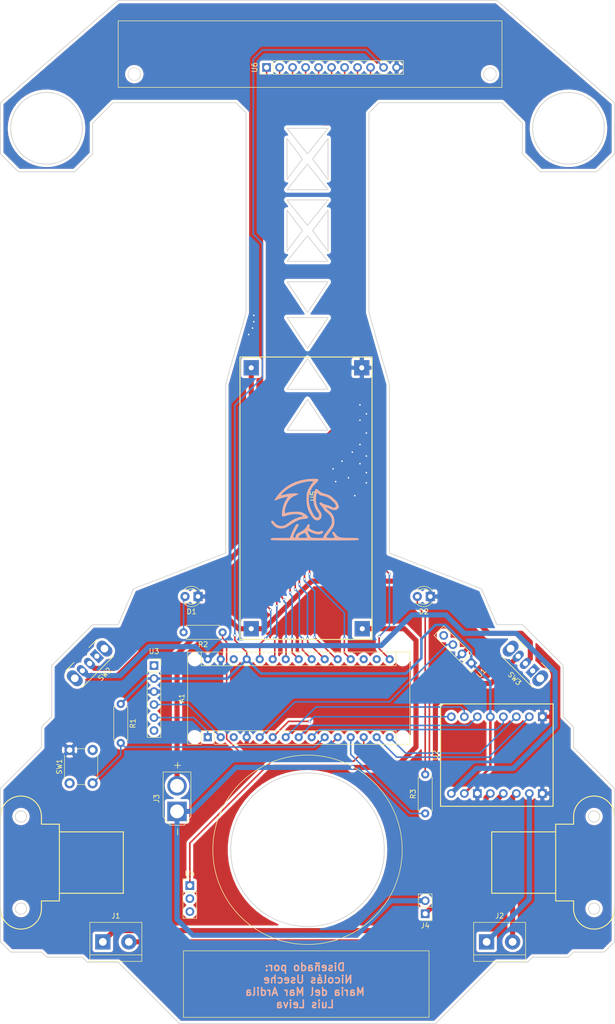
<source format=kicad_pcb>
(kicad_pcb (version 20171130) (host pcbnew "(5.1.0)-1")
  (title_block (date 2020-01-21) (company "GOLDENTRIX TEAM"))
  (layers (0 F.Cu signal) (31 B.Cu signal) (34 B.Paste user) (35 F.Paste user) (36 B.SilkS user) (37 F.SilkS user) (38 B.Mask user) (39 F.Mask user) (44 Edge.Cuts user))
  (net 0 "")
  (net 1 LED_ON)
  (net 2 BIN2)
  (net 3 VIN)
  (net 4 PWMB)
  (net 5 GND)
  (net 6 PWM_TURBINA)
  (net 7 "Net-(A1-Pad28)")
  (net 8 LED_ROJO)
  (net 9 +5V)
  (net 10 LED_VERDE)
  (net 11 SEN8)
  (net 12 BTN_CALIBRA)
  (net 13 SEN7)
  (net 14 BIN1)
  (net 15 SEN6)
  (net 16 AIN1)
  (net 17 SEN5)
  (net 18 AIN2)
  (net 19 SEN4)
  (net 20 PWMA)
  (net 21 SEN3)
  (net 22 M_START)
  (net 23 SEN2)
  (net 24 SEN1)
  (net 25 "Net-(A1-Pad3)")
  (net 26 "Net-(A1-Pad18)")
  (net 27 BT_TX)
  (net 28 "Net-(A1-Pad17)")
  (net 29 BT_RX)
  (net 30 "Net-(D1-Pad2)")
  (net 31 "Net-(D2-Pad2)")
  (net 32 MOT_IZQ_-)
  (net 33 MOT_IZQ_+)
  (net 34 MOT_DER_-)
  (net 35 MOT_DER_+)
  (net 36 "Net-(J3-Pad2)")
  (net 37 "Net-(J3-Pad1)")
  (net 38 "Net-(J4-Pad1)")
  (net 39 "Net-(SW1-Pad4)")
  (net 40 "Net-(SW1-Pad1)")
  (net 41 "Net-(SW2-Pad2)")
  (net 42 "Net-(SW2-Pad1)")
  (net 43 "Net-(SW3-Pad1)")
  (net 44 "Net-(U1-Pad4)")
  (net 45 "Net-(U3-Pad6)")
  (net 46 "Net-(U3-Pad1)")
  (net 47 "Net-(U4-Pad3)")
  (net 48 "Net-(U4-Pad2)")
  (module XLR8_V2:LOGO_V2 (layer F.Cu) (at 109 135.5)
    (fp_text reference G*** hide)
    (fp_text value LOGO hide)
  )
  (module XL4015_converter:XL4015_Converter (layer F.Cu) (at 107.6 132.6 90)
    (fp_text reference U5 (at 0 0.5 90) (layer F.SilkS))
    (fp_text value "XL4015 DC-DC")
    (pad 4 thru_hole rect (at 25.1 -11.6 90) (size 3 3) (drill 1) (layers *.Cu *.Mask) (net 41 "Net-(SW2-Pad2)"))
    (pad 3 thru_hole rect (at 25.1 10 90) (size 3 3) (drill 1) (layers *.Cu *.Mask) (net 5 GND))
    (pad 1 thru_hole rect (at -25.9 10.1 90) (size 3 3) (drill 1) (layers *.Cu *.Mask) (net 37 "Net-(J3-Pad1)"))
    (pad 2 thru_hole rect (at -25.9 -11.6 90) (size 3 3) (drill 1) (layers *.Cu *.Mask) (net 36 "Net-(J3-Pad2)"))
  )
  (module Module:Arduino_Nano_WithMountingHoles (layer F.Cu) (at 87.5 179.7 90)
    (fp_text reference A1 (at 7.62 -5.08 90) (layer F.SilkS))
    (fp_text value Arduino_Nano_v2.x)
    (pad "" np_thru_hole circle (at 0 38.1 90) (size 1.78 1.78) (drill 1.78) (layers *.Cu *.Mask))
    (pad "" np_thru_hole circle (at 15.24 38.1 90) (size 1.78 1.78) (drill 1.78) (layers *.Cu *.Mask))
    (pad "" np_thru_hole circle (at 15.24 -2.54 90) (size 1.78 1.78) (drill 1.78) (layers *.Cu *.Mask))
    (pad "" np_thru_hole circle (at 0 -2.54 90) (size 1.78 1.78) (drill 1.78) (layers *.Cu *.Mask))
    (pad 16 thru_hole oval (at 15.24 35.56 90) (size 1.6 1.6) (drill 0.8) (layers *.Cu *.Mask) (net 1 LED_ON))
    (pad 15 thru_hole oval (at 0 35.56 90) (size 1.6 1.6) (drill 0.8) (layers *.Cu *.Mask) (net 2 BIN2))
    (pad 30 thru_hole oval (at 15.24 0 90) (size 1.6 1.6) (drill 0.8) (layers *.Cu *.Mask) (net 3 VIN))
    (pad 14 thru_hole oval (at 0 33.02 90) (size 1.6 1.6) (drill 0.8) (layers *.Cu *.Mask) (net 4 PWMB))
    (pad 29 thru_hole oval (at 15.24 2.54 90) (size 1.6 1.6) (drill 0.8) (layers *.Cu *.Mask) (net 5 GND))
    (pad 13 thru_hole oval (at 0 30.48 90) (size 1.6 1.6) (drill 0.8) (layers *.Cu *.Mask) (net 6 PWM_TURBINA))
    (pad 28 thru_hole oval (at 15.24 5.08 90) (size 1.6 1.6) (drill 0.8) (layers *.Cu *.Mask) (net 7 "Net-(A1-Pad28)"))
    (pad 12 thru_hole oval (at 0 27.94 90) (size 1.6 1.6) (drill 0.8) (layers *.Cu *.Mask) (net 8 LED_ROJO))
    (pad 27 thru_hole oval (at 15.24 7.62 90) (size 1.6 1.6) (drill 0.8) (layers *.Cu *.Mask) (net 9 +5V))
    (pad 11 thru_hole oval (at 0 25.4 90) (size 1.6 1.6) (drill 0.8) (layers *.Cu *.Mask) (net 10 LED_VERDE))
    (pad 26 thru_hole oval (at 15.24 10.16 90) (size 1.6 1.6) (drill 0.8) (layers *.Cu *.Mask) (net 11 SEN8))
    (pad 10 thru_hole oval (at 0 22.86 90) (size 1.6 1.6) (drill 0.8) (layers *.Cu *.Mask) (net 12 BTN_CALIBRA))
    (pad 25 thru_hole oval (at 15.24 12.7 90) (size 1.6 1.6) (drill 0.8) (layers *.Cu *.Mask) (net 13 SEN7))
    (pad 9 thru_hole oval (at 0 20.32 90) (size 1.6 1.6) (drill 0.8) (layers *.Cu *.Mask) (net 14 BIN1))
    (pad 24 thru_hole oval (at 15.24 15.24 90) (size 1.6 1.6) (drill 0.8) (layers *.Cu *.Mask) (net 15 SEN6))
    (pad 8 thru_hole oval (at 0 17.78 90) (size 1.6 1.6) (drill 0.8) (layers *.Cu *.Mask) (net 16 AIN1))
    (pad 23 thru_hole oval (at 15.24 17.78 90) (size 1.6 1.6) (drill 0.8) (layers *.Cu *.Mask) (net 17 SEN5))
    (pad 7 thru_hole oval (at 0 15.24 90) (size 1.6 1.6) (drill 0.8) (layers *.Cu *.Mask) (net 18 AIN2))
    (pad 22 thru_hole oval (at 15.24 20.32 90) (size 1.6 1.6) (drill 0.8) (layers *.Cu *.Mask) (net 19 SEN4))
    (pad 6 thru_hole oval (at 0 12.7 90) (size 1.6 1.6) (drill 0.8) (layers *.Cu *.Mask) (net 20 PWMA))
    (pad 21 thru_hole oval (at 15.24 22.86 90) (size 1.6 1.6) (drill 0.8) (layers *.Cu *.Mask) (net 21 SEN3))
    (pad 5 thru_hole oval (at 0 10.16 90) (size 1.6 1.6) (drill 0.8) (layers *.Cu *.Mask) (net 22 M_START))
    (pad 20 thru_hole oval (at 15.24 25.4 90) (size 1.6 1.6) (drill 0.8) (layers *.Cu *.Mask) (net 23 SEN2))
    (pad 4 thru_hole oval (at 0 7.62 90) (size 1.6 1.6) (drill 0.8) (layers *.Cu *.Mask) (net 5 GND))
    (pad 19 thru_hole oval (at 15.24 27.94 90) (size 1.6 1.6) (drill 0.8) (layers *.Cu *.Mask) (net 24 SEN1))
    (pad 3 thru_hole oval (at 0 5.08 90) (size 1.6 1.6) (drill 0.8) (layers *.Cu *.Mask) (net 25 "Net-(A1-Pad3)"))
    (pad 18 thru_hole oval (at 15.24 30.48 90) (size 1.6 1.6) (drill 0.8) (layers *.Cu *.Mask) (net 26 "Net-(A1-Pad18)"))
    (pad 2 thru_hole oval (at 0 2.54 90) (size 1.6 1.6) (drill 0.8) (layers *.Cu *.Mask) (net 27 BT_TX))
    (pad 17 thru_hole oval (at 15.24 33.02 90) (size 1.6 1.6) (drill 0.8) (layers *.Cu *.Mask) (net 28 "Net-(A1-Pad17)"))
    (pad 1 thru_hole rect (at 0 0 90) (size 1.6 1.6) (drill 0.8) (layers *.Cu *.Mask) (net 29 BT_RX))
  )
  (module Connector_PinHeader_2.54mm:PinHeader_1x11_P2.54mm_Vertical (layer F.Cu) (at 99 48.8 90)
    (fp_text reference U6 (at 0 -2.33 90) (layer F.SilkS))
    (fp_text value QTR-8A)
    (pad 11 thru_hole oval (at 0 25.4 90) (size 1.7 1.7) (drill 1) (layers *.Cu *.Mask) (net 5 GND))
    (pad 10 thru_hole oval (at 0 22.86 90) (size 1.7 1.7) (drill 1) (layers *.Cu *.Mask) (net 9 +5V))
    (pad 9 thru_hole oval (at 0 20.32 90) (size 1.7 1.7) (drill 1) (layers *.Cu *.Mask) (net 1 LED_ON))
    (pad 8 thru_hole oval (at 0 17.78 90) (size 1.7 1.7) (drill 1) (layers *.Cu *.Mask) (net 24 SEN1))
    (pad 7 thru_hole oval (at 0 15.24 90) (size 1.7 1.7) (drill 1) (layers *.Cu *.Mask) (net 23 SEN2))
    (pad 6 thru_hole oval (at 0 12.7 90) (size 1.7 1.7) (drill 1) (layers *.Cu *.Mask) (net 21 SEN3))
    (pad 5 thru_hole oval (at 0 10.16 90) (size 1.7 1.7) (drill 1) (layers *.Cu *.Mask) (net 19 SEN4))
    (pad 4 thru_hole oval (at 0 7.62 90) (size 1.7 1.7) (drill 1) (layers *.Cu *.Mask) (net 17 SEN5))
    (pad 3 thru_hole oval (at 0 5.08 90) (size 1.7 1.7) (drill 1) (layers *.Cu *.Mask) (net 15 SEN6))
    (pad 2 thru_hole oval (at 0 2.54 90) (size 1.7 1.7) (drill 1) (layers *.Cu *.Mask) (net 13 SEN7))
    (pad 1 thru_hole rect (at 0 0 90) (size 1.7 1.7) (drill 1) (layers *.Cu *.Mask) (net 11 SEN8))
  )
  (module Connector_PinHeader_2.54mm:PinHeader_1x03_P2.54mm_Vertical (layer F.Cu) (at 84 208.7)
    (fp_text reference U4 (at 0 -2.33) (layer F.SilkS))
    (fp_text value ESC_SIGNALS)
    (pad 3 thru_hole oval (at 0 5.08) (size 1.7 1.7) (drill 1) (layers *.Cu *.Mask) (net 47 "Net-(U4-Pad3)"))
    (pad 2 thru_hole oval (at 0 2.54) (size 1.7 1.7) (drill 1) (layers *.Cu *.Mask) (net 48 "Net-(U4-Pad2)"))
    (pad 1 thru_hole rect (at 0 0) (size 1.7 1.7) (drill 1) (layers *.Cu *.Mask) (net 6 PWM_TURBINA))
  )
  (module Connector_PinSocket_2.54mm:PinSocket_1x06_P2.54mm_Vertical (layer F.Cu) (at 77 165.7)
    (fp_text reference U3 (at 0 -2.77) (layer F.SilkS))
    (fp_text value HC-05)
    (pad 6 thru_hole oval (at 0 12.7) (size 1.7 1.7) (drill 1) (layers *.Cu *.Mask) (net 45 "Net-(U3-Pad6)"))
    (pad 5 thru_hole oval (at 0 10.16) (size 1.7 1.7) (drill 1) (layers *.Cu *.Mask) (net 29 BT_RX))
    (pad 4 thru_hole oval (at 0 7.62) (size 1.7 1.7) (drill 1) (layers *.Cu *.Mask) (net 27 BT_TX))
    (pad 3 thru_hole oval (at 0 5.08) (size 1.7 1.7) (drill 1) (layers *.Cu *.Mask) (net 5 GND))
    (pad 2 thru_hole oval (at 0 2.54) (size 1.7 1.7) (drill 1) (layers *.Cu *.Mask) (net 9 +5V))
    (pad 1 thru_hole rect (at 0 0) (size 1.7 1.7) (drill 1) (layers *.Cu *.Mask) (net 46 "Net-(U3-Pad1)"))
  )
  (module XLR8_V2:TB6612FNG (layer F.Cu) (at 144 183.2 90)
    (fp_text reference U2 (at 0 -12 90) (layer F.SilkS))
    (fp_text value TB6612FNG)
    (pad 16 thru_hole rect (at 7.5 8.89 90) (size 1.7 1.7) (drill 1) (layers *.Cu *.Mask) (net 5 GND))
    (pad 15 thru_hole circle (at 7.5 6.35 90) (size 1.7 1.7) (drill 1) (layers *.Cu *.Mask) (net 4 PWMB))
    (pad 14 thru_hole circle (at 7.5 3.81 90) (size 1.7 1.7) (drill 1) (layers *.Cu *.Mask) (net 2 BIN2))
    (pad 13 thru_hole circle (at 7.5 1.27 90) (size 1.7 1.7) (drill 1) (layers *.Cu *.Mask) (net 14 BIN1))
    (pad 12 thru_hole circle (at 7.5 -1.27 90) (size 1.7 1.7) (drill 1) (layers *.Cu *.Mask) (net 9 +5V))
    (pad 11 thru_hole circle (at 7.5 -3.81 90) (size 1.7 1.7) (drill 1) (layers *.Cu *.Mask) (net 16 AIN1))
    (pad 10 thru_hole circle (at 7.5 -6.35 90) (size 1.7 1.7) (drill 1) (layers *.Cu *.Mask) (net 18 AIN2))
    (pad 9 thru_hole circle (at 7.5 -8.89 90) (size 1.7 1.7) (drill 1) (layers *.Cu *.Mask) (net 20 PWMA))
    (pad 1 thru_hole circle (at -7.5 -8.89 90) (size 1.7 1.7) (drill 1) (layers *.Cu *.Mask) (net 3 VIN))
    (pad 2 thru_hole circle (at -7.5 -6.35 90) (size 1.7 1.7) (drill 1) (layers *.Cu *.Mask) (net 9 +5V))
    (pad 3 thru_hole rect (at -7.5 -3.81 90) (size 1.7 1.7) (drill 1) (layers *.Cu *.Mask) (net 5 GND))
    (pad 4 thru_hole circle (at -7.5 -1.27 90) (size 1.7 1.7) (drill 1) (layers *.Cu *.Mask) (net 33 MOT_IZQ_+))
    (pad 5 thru_hole circle (at -7.5 1.27 90) (size 1.7 1.7) (drill 1) (layers *.Cu *.Mask) (net 32 MOT_IZQ_-))
    (pad 6 thru_hole circle (at -7.5 3.81 90) (size 1.7 1.7) (drill 1) (layers *.Cu *.Mask) (net 34 MOT_DER_-))
    (pad 7 thru_hole circle (at -7.5 6.35 90) (size 1.7 1.7) (drill 1) (layers *.Cu *.Mask) (net 35 MOT_DER_+))
    (pad 8 thru_hole rect (at -7.5 8.89 90) (size 1.7 1.7) (drill 1) (layers *.Cu *.Mask) (net 5 GND))
  )
  (module Connector_PinSocket_2.54mm:PinSocket_1x04_P2.54mm_Vertical (layer F.Cu) (at 139 165.2 225)
    (fp_text reference U1 (at 0 -2.77 225) (layer F.SilkS))
    (fp_text value M_ARRANQUE)
    (pad 4 thru_hole oval (at 0 7.62 225) (size 1.7 1.7) (drill 1) (layers *.Cu *.Mask) (net 44 "Net-(U1-Pad4)"))
    (pad 3 thru_hole oval (at 0 5.08 225) (size 1.7 1.7) (drill 1) (layers *.Cu *.Mask) (net 22 M_START))
    (pad 2 thru_hole oval (at 0 2.54 225) (size 1.7 1.7) (drill 1) (layers *.Cu *.Mask) (net 5 GND))
    (pad 1 thru_hole rect (at 0 0 225) (size 1.7 1.7) (drill 1) (layers *.Cu *.Mask) (net 9 +5V))
  )
  (module Button_Switch_THT:SW_CuK_OS102011MA1QN1_SPDT_Angled (layer F.Cu) (at 151 166.7 135)
    (fp_text reference SW3 (at 1.4 -3.6 135) (layer F.SilkS))
    (fp_text value SW_DPDT_x2)
    (pad "" thru_hole oval (at 6.1 0 135) (size 2.2 3.5) (drill 1.5) (layers *.Cu *.Mask))
    (pad "" thru_hole oval (at -2.1 0 135) (size 2.2 3.5) (drill 1.5) (layers *.Cu *.Mask))
    (pad 3 thru_hole oval (at 4 0 135) (size 1.5 2.5) (drill 1) (layers *.Cu *.Mask) (net 38 "Net-(J4-Pad1)"))
    (pad 2 thru_hole oval (at 2.000001 0 135) (size 1.5 2.5) (drill 1) (layers *.Cu *.Mask) (net 36 "Net-(J3-Pad2)"))
    (pad 1 thru_hole rect (at 0 0 135) (size 1.5 2.5) (drill 1) (layers *.Cu *.Mask) (net 43 "Net-(SW3-Pad1)"))
  )
  (module Button_Switch_THT:SW_CuK_OS102011MA1QN1_SPDT_Angled (layer F.Cu) (at 65.828427 163.871573 225)
    (fp_text reference SW2 (at 1.4 -3.6 225) (layer F.SilkS))
    (fp_text value SW_DPDT_x2)
    (pad "" thru_hole oval (at 6.1 0 225) (size 2.2 3.5) (drill 1.5) (layers *.Cu *.Mask))
    (pad "" thru_hole oval (at -2.1 0 225) (size 2.2 3.5) (drill 1.5) (layers *.Cu *.Mask))
    (pad 3 thru_hole oval (at 4 0 225) (size 1.5 2.5) (drill 1) (layers *.Cu *.Mask) (net 3 VIN))
    (pad 2 thru_hole oval (at 2.000001 0 225) (size 1.5 2.5) (drill 1) (layers *.Cu *.Mask) (net 41 "Net-(SW2-Pad2)"))
    (pad 1 thru_hole rect (at 0 0 225) (size 1.5 2.5) (drill 1) (layers *.Cu *.Mask) (net 42 "Net-(SW2-Pad1)"))
  )
  (module Button_Switch_THT:SW_PUSH_6mm (layer F.Cu) (at 60.5 188.7 90)
    (fp_text reference SW1 (at 3.25 -2 90) (layer F.SilkS))
    (fp_text value SW_Push_Dual)
    (pad 2 thru_hole circle (at 6.5 0 180) (size 2 2) (drill 1.1) (layers *.Cu *.Mask) (net 5 GND))
    (pad 4 thru_hole circle (at 6.5 4.5 180) (size 2 2) (drill 1.1) (layers *.Cu *.Mask) (net 39 "Net-(SW1-Pad4)"))
    (pad 1 thru_hole circle (at 0 0 180) (size 2 2) (drill 1.1) (layers *.Cu *.Mask) (net 40 "Net-(SW1-Pad1)"))
    (pad 3 thru_hole circle (at 0 4.5 180) (size 2 2) (drill 1.1) (layers *.Cu *.Mask) (net 12 BTN_CALIBRA))
  )
  (module Resistor_THT:R_Axial_DIN0207_L6.3mm_D2.5mm_P7.62mm_Horizontal (layer F.Cu) (at 130 194.6 90)
    (fp_text reference R3 (at 3.81 -2.37 90) (layer F.SilkS))
    (fp_text value 220)
    (pad 2 thru_hole oval (at 7.62 0 90) (size 1.6 1.6) (drill 0.8) (layers *.Cu *.Mask) (net 31 "Net-(D2-Pad2)"))
    (pad 1 thru_hole circle (at 0 0 90) (size 1.6 1.6) (drill 0.8) (layers *.Cu *.Mask) (net 8 LED_ROJO))
  )
  (module Resistor_THT:R_Axial_DIN0207_L6.3mm_D2.5mm_P7.62mm_Horizontal (layer F.Cu) (at 90.4 159.2 180)
    (fp_text reference R2 (at 3.81 -2.37 180) (layer F.SilkS))
    (fp_text value 220)
    (pad 2 thru_hole oval (at 7.62 0 180) (size 1.6 1.6) (drill 0.8) (layers *.Cu *.Mask) (net 30 "Net-(D1-Pad2)"))
    (pad 1 thru_hole circle (at 0 0 180) (size 1.6 1.6) (drill 0.8) (layers *.Cu *.Mask) (net 10 LED_VERDE))
  )
  (module Resistor_THT:R_Axial_DIN0207_L6.3mm_D2.5mm_P7.62mm_Horizontal (layer F.Cu) (at 70.5 173.2 270)
    (fp_text reference R1 (at 3.81 -2.37 270) (layer F.SilkS))
    (fp_text value 10K)
    (pad 2 thru_hole oval (at 7.62 0 270) (size 1.6 1.6) (drill 0.8) (layers *.Cu *.Mask) (net 12 BTN_CALIBRA))
    (pad 1 thru_hole circle (at 0 0 270) (size 1.6 1.6) (drill 0.8) (layers *.Cu *.Mask) (net 9 +5V))
  )
  (module Connector_PinHeader_2.54mm:PinHeader_1x02_P2.54mm_Vertical (layer F.Cu) (at 130 214.2 180)
    (fp_text reference J4 (at 0 -2.33 180) (layer F.SilkS))
    (fp_text value ESC_IN)
    (pad 2 thru_hole oval (at 0 2.54 180) (size 1.7 1.7) (drill 1) (layers *.Cu *.Mask) (net 37 "Net-(J3-Pad1)"))
    (pad 1 thru_hole rect (at 0 0 180) (size 1.7 1.7) (drill 1) (layers *.Cu *.Mask) (net 38 "Net-(J4-Pad1)"))
  )
  (module Connector_AMASS:AMASS_XT30U-M_1x02_P5.0mm_Vertical (layer F.Cu) (at 81.5 194.2 90)
    (fp_text reference J3 (at 2.5 -4 90) (layer F.SilkS))
    (fp_text value "LIPO 2S")
    (fp_text user - (at -4 0 90) (layer F.SilkS) (effects (font (size 1.5 1.5))))
    (fp_text user + (at 9 0 90) (layer F.SilkS) (effects (font (size 1.5 1.5))))
    (pad 2 thru_hole circle (at 5 0 90) (size 3.8 3.8) (drill 2.7) (layers *.Cu *.Mask) (net 36 "Net-(J3-Pad2)"))
    (pad 1 thru_hole rect (at 0 0 90) (size 3.8 3.8) (drill 2.7) (layers *.Cu *.Mask) (net 37 "Net-(J3-Pad1)"))
  )
  (module TerminalBlock:TerminalBlock_bornier-2_P5.08mm (layer F.Cu) (at 142 219.7)
    (fp_text reference J2 (at 2.54 -5.08) (layer F.SilkS))
    (fp_text value Screw_Terminal_01x02)
    (pad 2 thru_hole circle (at 5.08 0) (size 3 3) (drill 1.52) (layers *.Cu *.Mask) (net 34 MOT_DER_-))
    (pad 1 thru_hole rect (at 0 0) (size 3 3) (drill 1.52) (layers *.Cu *.Mask) (net 35 MOT_DER_+))
  )
  (module TerminalBlock:TerminalBlock_bornier-2_P5.08mm (layer F.Cu) (at 67 219.7)
    (fp_text reference J1 (at 2.54 -5.08) (layer F.SilkS))
    (fp_text value Screw_Terminal_01x02)
    (pad 2 thru_hole circle (at 5.08 0) (size 3 3) (drill 1.52) (layers *.Cu *.Mask) (net 32 MOT_IZQ_-))
    (pad 1 thru_hole rect (at 0 0) (size 3 3) (drill 1.52) (layers *.Cu *.Mask) (net 33 MOT_IZQ_+))
  )
  (module LED_THT:LED_D3.0mm (layer F.Cu) (at 131 152.2 180)
    (fp_text reference D2 (at 1.27 -2.96 180) (layer F.SilkS))
    (fp_text value LED)
    (pad 2 thru_hole circle (at 2.54 0 180) (size 1.8 1.8) (drill 0.9) (layers *.Cu *.Mask) (net 31 "Net-(D2-Pad2)"))
    (pad 1 thru_hole rect (at 0 0 180) (size 1.8 1.8) (drill 0.9) (layers *.Cu *.Mask) (net 5 GND))
  )
  (module LED_THT:LED_D3.0mm (layer F.Cu) (at 85.6 152.2 180)
    (fp_text reference D1 (at 1.27 -2.96 180) (layer F.SilkS))
    (fp_text value LED)
    (pad 2 thru_hole circle (at 2.54 0 180) (size 1.8 1.8) (drill 0.9) (layers *.Cu *.Mask) (net 30 "Net-(D1-Pad2)"))
    (pad 1 thru_hole rect (at 0 0 180) (size 1.8 1.8) (drill 0.9) (layers *.Cu *.Mask) (net 5 GND))
  )
  (gr_text "Diseñado por:\nNicolás Useche \nMaria del Mar Ardila\nLuis Leiva" (at 106.5 228.25) (layer B.SilkS) (effects (font (size 1.5 1.5) (thickness 0.3)) (justify mirror)))
  (gr_circle (center 107 201.7) (end 125.5 201.7) (layer F.SilkS) (width 0.12))
  (gr_line (start 121 55.7) (end 145 55.7) (layer Edge.Cuts) (width 0.15))
  (gr_line (start 69 55.7) (end 93 55.7) (layer Edge.Cuts) (width 0.15))
  (gr_line (start 144 35.7) (end 70 35.7) (layer Edge.Cuts) (width 0.15))
  (gr_line (start 163.5 69.2) (end 164 68.7) (layer Edge.Cuts) (width 0.15))
  (gr_line (start 152.5 69.2) (end 163.5 69.2) (layer Edge.Cuts) (width 0.15))
  (gr_line (start 152 68.7) (end 152.5 69.2) (layer Edge.Cuts) (width 0.15))
  (gr_line (start 61.5 69.2) (end 62 68.7) (layer Edge.Cuts) (width 0.15))
  (gr_line (start 50.5 69.2) (end 50 68.7) (layer Edge.Cuts) (width 0.15))
  (gr_line (start 61.5 69.2) (end 50.5 69.2) (layer Edge.Cuts) (width 0.15))
  (gr_line (start 103 119.7) (end 107 113.7) (layer Edge.Cuts) (width 0.15))
  (gr_line (start 111 119.7) (end 103 119.7) (layer Edge.Cuts) (width 0.15))
  (gr_line (start 107 113.7) (end 111 119.7) (layer Edge.Cuts) (width 0.15))
  (gr_line (start 103 111.7) (end 107 105.7) (layer Edge.Cuts) (width 0.15))
  (gr_line (start 111 111.7) (end 103 111.7) (layer Edge.Cuts) (width 0.15))
  (gr_line (start 107 105.7) (end 111 111.7) (layer Edge.Cuts) (width 0.15))
  (gr_line (start 111 97.7) (end 107 103.7) (layer Edge.Cuts) (width 0.15))
  (gr_line (start 103 97.7) (end 111 97.7) (layer Edge.Cuts) (width 0.15))
  (gr_line (start 107 103.7) (end 103 97.7) (layer Edge.Cuts) (width 0.15))
  (gr_line (start 111 60.7) (end 103 60.7) (layer Edge.Cuts) (width 0.15))
  (gr_line (start 103 72.7) (end 111 72.7) (layer Edge.Cuts) (width 0.15))
  (gr_line (start 107 67.7) (end 103 72.7) (layer Edge.Cuts) (width 0.15))
  (gr_line (start 111 72.7) (end 107 67.7) (layer Edge.Cuts) (width 0.15))
  (gr_line (start 103 62.7) (end 103 70.7) (layer Edge.Cuts) (width 0.15))
  (gr_line (start 106 66.7) (end 103 62.7) (layer Edge.Cuts) (width 0.15))
  (gr_line (start 103 70.7) (end 106 66.7) (layer Edge.Cuts) (width 0.15))
  (gr_line (start 103 60.7) (end 107 65.7) (layer Edge.Cuts) (width 0.15))
  (gr_line (start 111 62.7) (end 111 70.7) (layer Edge.Cuts) (width 0.15))
  (gr_line (start 108 66.7) (end 111 62.7) (layer Edge.Cuts) (width 0.15))
  (gr_line (start 111 70.7) (end 108 66.7) (layer Edge.Cuts) (width 0.15))
  (gr_line (start 107 65.7) (end 111 60.7) (layer Edge.Cuts) (width 0.15))
  (gr_line (start 111 74.7) (end 103 74.7) (layer Edge.Cuts) (width 0.15))
  (gr_line (start 107 79.7) (end 111 74.7) (layer Edge.Cuts) (width 0.15))
  (gr_line (start 103 74.7) (end 107 79.7) (layer Edge.Cuts) (width 0.15))
  (gr_line (start 111 76.7) (end 111 84.7) (layer Edge.Cuts) (width 0.15))
  (gr_line (start 108 80.7) (end 111 76.7) (layer Edge.Cuts) (width 0.15))
  (gr_line (start 111 84.7) (end 108 80.7) (layer Edge.Cuts) (width 0.15))
  (gr_line (start 103 76.7) (end 103 84.7) (layer Edge.Cuts) (width 0.15))
  (gr_line (start 106 80.7) (end 103 76.7) (layer Edge.Cuts) (width 0.15))
  (gr_line (start 103 84.7) (end 106 80.7) (layer Edge.Cuts) (width 0.15))
  (gr_line (start 107 81.7) (end 103 86.7) (layer Edge.Cuts) (width 0.15))
  (gr_line (start 111 86.7) (end 107 81.7) (layer Edge.Cuts) (width 0.15))
  (gr_line (start 103 86.7) (end 111 86.7) (layer Edge.Cuts) (width 0.15))
  (gr_line (start 111 90.7) (end 107 96.7) (layer Edge.Cuts) (width 0.15))
  (gr_line (start 103 90.7) (end 111 90.7) (layer Edge.Cuts) (width 0.15))
  (gr_line (start 107 96.7) (end 103 90.7) (layer Edge.Cuts) (width 0.15))
  (gr_line (start 167 55.7) (end 144 35.7) (layer Edge.Cuts) (width 0.15))
  (gr_line (start 149 59.7) (end 149 65.7) (layer Edge.Cuts) (width 0.15))
  (gr_circle (center 158 60.7) (end 151 60.7) (layer Edge.Cuts) (width 0.15))
  (gr_line (start 167 65.7) (end 167 55.7) (layer Edge.Cuts) (width 0.15))
  (gr_line (start 164 68.7) (end 167 65.7) (layer Edge.Cuts) (width 0.15))
  (gr_line (start 145 55.7) (end 149 59.7) (layer Edge.Cuts) (width 0.15))
  (gr_line (start 149 65.7) (end 152 68.7) (layer Edge.Cuts) (width 0.15))
  (gr_line (start 47 55.7) (end 70 35.7) (layer Edge.Cuts) (width 0.15))
  (gr_line (start 47 65.7) (end 47 55.7) (layer Edge.Cuts) (width 0.15))
  (gr_line (start 50 68.7) (end 47 65.7) (layer Edge.Cuts) (width 0.15))
  (gr_circle (center 56 60.7) (end 63 60.7) (layer Edge.Cuts) (width 0.15))
  (gr_line (start 65 65.7) (end 62 68.7) (layer Edge.Cuts) (width 0.15))
  (gr_line (start 65 59.7) (end 65 65.7) (layer Edge.Cuts) (width 0.15))
  (gr_line (start 69 55.7) (end 65 59.7) (layer Edge.Cuts) (width 0.15))
  (gr_line (start 119 57.7) (end 121 55.7) (layer Edge.Cuts) (width 0.15))
  (gr_line (start 95 57.7) (end 93 55.7) (layer Edge.Cuts) (width 0.15))
  (gr_circle (center 73.15 50.12) (end 74.37 50.12) (layer Edge.Cuts) (width 0.12))
  (gr_circle (center 142.67 50.12) (end 143.89 50.12) (layer Edge.Cuts) (width 0.12))
  (gr_line (start 70 52.7) (end 145 52.7) (layer F.SilkS) (width 0.12))
  (gr_line (start 70 39.7) (end 70 52.7) (layer F.SilkS) (width 0.12))
  (gr_line (start 145 39.7) (end 70 39.7) (layer F.SilkS) (width 0.12))
  (gr_line (start 145 52.7) (end 145 39.7) (layer F.SilkS) (width 0.12))
  (gr_line (start 95 96.7) (end 95 57.7) (layer Edge.Cuts) (width 0.15))
  (gr_line (start 119 96.7) (end 119 57.7) (layer Edge.Cuts) (width 0.15))
  (gr_line (start 119 96.7) (end 123 110.7) (layer Edge.Cuts) (width 0.15))
  (gr_line (start 91 110.7) (end 95 96.7) (layer Edge.Cuts) (width 0.15))
  (gr_line (start 123 143.7) (end 123 110.7) (layer Edge.Cuts) (width 0.15))
  (gr_line (start 91 143.7) (end 91 110.7) (layer Edge.Cuts) (width 0.15))
  (gr_line (start 123 143.7) (end 141 150.7) (layer Edge.Cuts) (width 0.15))
  (gr_line (start 73 150.7) (end 91 143.7) (layer Edge.Cuts) (width 0.15))
  (gr_line (start 141 150.7) (end 144 157.7) (layer Edge.Cuts) (width 0.15))
  (gr_line (start 70 157.7) (end 73 150.7) (layer Edge.Cuts) (width 0.15))
  (gr_line (start 65 157.7) (end 70 157.7) (layer Edge.Cuts) (width 0.15))
  (gr_line (start 57 165.7) (end 65 157.7) (layer Edge.Cuts) (width 0.15))
  (gr_line (start 149 157.7) (end 144 157.7) (layer Edge.Cuts) (width 0.15))
  (gr_line (start 157 165.7) (end 149 157.7) (layer Edge.Cuts) (width 0.15))
  (gr_line (start 157 175.7) (end 157 165.7) (layer Edge.Cuts) (width 0.15))
  (gr_line (start 57 175.7) (end 57 165.7) (layer Edge.Cuts) (width 0.15))
  (gr_line (start 55 177.7) (end 57 175.7) (layer Edge.Cuts) (width 0.15))
  (gr_line (start 55 181.7) (end 55 177.7) (layer Edge.Cuts) (width 0.15))
  (gr_line (start 55 181.7) (end 49 187.7) (layer Edge.Cuts) (width 0.15))
  (gr_line (start 159 177.7) (end 157 175.7) (layer Edge.Cuts) (width 0.15))
  (gr_line (start 159 181.7) (end 159 177.7) (layer Edge.Cuts) (width 0.15))
  (gr_line (start 165 187.7) (end 159 181.7) (layer Edge.Cuts) (width 0.15))
  (gr_line (start 144 223.7) (end 150 223.7) (layer Edge.Cuts) (width 0.15))
  (gr_line (start 151 222.7) (end 158 222.7) (layer Edge.Cuts) (width 0.15))
  (gr_line (start 159 221.7) (end 165 221.7) (layer Edge.Cuts) (width 0.15))
  (gr_line (start 158 222.7) (end 159 221.7) (layer Edge.Cuts) (width 0.15))
  (gr_line (start 150 223.7) (end 151 222.7) (layer Edge.Cuts) (width 0.15))
  (gr_line (start 64 223.7) (end 70 223.7) (layer Edge.Cuts) (width 0.15))
  (gr_line (start 63 222.7) (end 64 223.7) (layer Edge.Cuts) (width 0.15))
  (gr_line (start 56 222.7) (end 63 222.7) (layer Edge.Cuts) (width 0.15))
  (gr_line (start 55 221.7) (end 56 222.7) (layer Edge.Cuts) (width 0.15))
  (gr_line (start 49 221.7) (end 55 221.7) (layer Edge.Cuts) (width 0.15))
  (gr_line (start 82.75 221.45) (end 82.75 234.45) (layer F.SilkS) (width 0.12))
  (gr_line (start 130.75 221.45) (end 82.75 221.45) (layer F.SilkS) (width 0.12))
  (gr_line (start 130.75 234.45) (end 130.75 221.45) (layer F.SilkS) (width 0.12))
  (gr_line (start 82.75 234.45) (end 130.75 234.45) (layer F.SilkS) (width 0.12))
  (gr_line (start 159 211.7) (end 155.5 211.7) (layer F.SilkS) (width 0.2))
  (gr_line (start 143 210.2) (end 155.5 210.2) (layer F.SilkS) (width 0.2))
  (gr_line (start 155.5 211.7) (end 155.5 196.7) (layer F.SilkS) (width 0.2))
  (gr_circle (center 163 213.2) (end 161.9 213.2) (layer Edge.Cuts) (width 0.15))
  (gr_arc (start 163 195.2) (end 159 195.2) (angle 180) (layer F.SilkS) (width 0.2))
  (gr_circle (center 163 195.2) (end 161.9 195.2) (layer Edge.Cuts) (width 0.15))
  (gr_arc (start 163 213.2) (end 167 213.2) (angle 180) (layer F.SilkS) (width 0.2))
  (gr_line (start 143 198.2) (end 143 210.2) (layer F.SilkS) (width 0.2))
  (gr_line (start 155.5 198.2) (end 143 198.2) (layer F.SilkS) (width 0.2))
  (gr_line (start 159 196.7) (end 159 195.2) (layer F.SilkS) (width 0.2))
  (gr_line (start 155.5 196.7) (end 159 196.7) (layer F.SilkS) (width 0.2))
  (gr_line (start 159 213.2) (end 159 211.7) (layer F.SilkS) (width 0.2))
  (gr_circle (center 51 213.2) (end 52.1 213.2) (layer Edge.Cuts) (width 0.15))
  (gr_circle (center 51 195.2) (end 52.1 195.2) (layer Edge.Cuts) (width 0.15))
  (gr_line (start 55 195.2) (end 55 196.7) (layer F.SilkS) (width 0.2))
  (gr_line (start 71 198.2) (end 58.5 198.2) (layer F.SilkS) (width 0.2))
  (gr_arc (start 51 195.2) (end 47 195.2) (angle 180) (layer F.SilkS) (width 0.2))
  (gr_line (start 55 196.7) (end 58.5 196.7) (layer F.SilkS) (width 0.2))
  (gr_line (start 58.5 196.7) (end 58.5 211.7) (layer F.SilkS) (width 0.2))
  (gr_line (start 58.5 211.7) (end 55 211.7) (layer F.SilkS) (width 0.2))
  (gr_line (start 55 211.7) (end 55 213.2) (layer F.SilkS) (width 0.2))
  (gr_line (start 58.5 210.2) (end 71 210.2) (layer F.SilkS) (width 0.2))
  (gr_line (start 71 210.2) (end 71 198.2) (layer F.SilkS) (width 0.2))
  (gr_arc (start 51 213.2) (end 55 213.2) (angle 180) (layer F.SilkS) (width 0.2))
  (gr_line (start 167 189.7) (end 165 187.7) (layer Edge.Cuts) (width 0.15))
  (gr_line (start 167 219.7) (end 167 189.7) (layer Edge.Cuts) (width 0.15))
  (gr_line (start 47 189.7) (end 49 187.7) (layer Edge.Cuts) (width 0.15))
  (gr_line (start 47 219.7) (end 47 189.7) (layer Edge.Cuts) (width 0.15))
  (gr_circle (center 107 201.7) (end 122 201.7) (layer Edge.Cuts) (width 0.15))
  (gr_line (start 165 221.7) (end 167 219.7) (layer Edge.Cuts) (width 0.15))
  (gr_line (start 49 221.7) (end 47 219.7) (layer Edge.Cuts) (width 0.15))
  (gr_line (start 82 235.7) (end 70 223.7) (layer Edge.Cuts) (width 0.15))
  (gr_line (start 132 235.7) (end 144 223.7) (layer Edge.Cuts) (width 0.15))
  (gr_line (start 132 235.7) (end 82 235.7) (layer Edge.Cuts) (width 0.15))
  (segment (start 119.32 48.8) (end 119.32 55.28) (width 0.305) (layer F.Cu) (net 1))
  (segment (start 119.32 55.994191) (end 117.4 57.914191) (width 0.305) (layer F.Cu) (net 1))
  (segment (start 119.32 55.28) (end 119.32 55.994191) (width 0.305) (layer F.Cu) (net 1))
  (segment (start 117.4 57.914191) (end 117.4 102.6) (width 0.305) (layer F.Cu) (net 1))
  (segment (start 117.4 102.6) (end 120.2 105.4) (width 0.305) (layer F.Cu) (net 1))
  (segment (start 120.2 105.4) (end 120.2 145) (width 0.305) (layer F.Cu) (net 1))
  (segment (start 120.2 145) (end 123 147.8) (width 0.305) (layer F.Cu) (net 1))
  (segment (start 123 147.8) (end 123 147.8) (width 0.305) (layer F.Cu) (net 1))
  (via (at 123 147.8) (size 0.5) (drill 0.305) (layers F.Cu B.Cu) (net 1))
  (segment (start 123 147.8) (end 123 158) (width 0.305) (layer B.Cu) (net 1))
  (segment (start 123 158) (end 121 160) (width 0.305) (layer B.Cu) (net 1))
  (segment (start 121 160) (end 121 160) (width 0.305) (layer B.Cu) (net 1))
  (via (at 121 160) (size 0.5) (drill 0.305) (layers F.Cu B.Cu) (net 1))
  (segment (start 121 162.4) (end 123.06 164.46) (width 0.305) (layer F.Cu) (net 1))
  (segment (start 121 160) (end 121 162.4) (width 0.305) (layer F.Cu) (net 1))
  (segment (start 147.81 175.7) (end 140.71 182.8) (width 0.305) (layer B.Cu) (net 2))
  (segment (start 126.16 182.8) (end 123.06 179.7) (width 0.305) (layer B.Cu) (net 2))
  (segment (start 140.71 182.8) (end 126.16 182.8) (width 0.305) (layer B.Cu) (net 2))
  (segment (start 63.954593 167.654593) (end 70.345407 167.654593) (width 1) (layer B.Cu) (net 3))
  (segment (start 63 166.7) (end 63.954593 167.654593) (width 1) (layer B.Cu) (net 3))
  (segment (start 70.345407 167.654593) (end 76 162) (width 1) (layer B.Cu) (net 3))
  (segment (start 76 162) (end 85.04 162) (width 1) (layer B.Cu) (net 3))
  (segment (start 85.04 162) (end 87.5 164.46) (width 1) (layer B.Cu) (net 3))
  (segment (start 121.4 161.8) (end 90.16 161.8) (width 1) (layer B.Cu) (net 3))
  (segment (start 127.4 155.8) (end 121.4 161.8) (width 1) (layer B.Cu) (net 3))
  (segment (start 134 155.8) (end 127.4 155.8) (width 1) (layer B.Cu) (net 3))
  (segment (start 90.16 161.8) (end 87.5 164.46) (width 1) (layer B.Cu) (net 3))
  (segment (start 137.6 159.4) (end 134 155.8) (width 1) (layer B.Cu) (net 3))
  (segment (start 140.01 185.8) (end 147.2 185.8) (width 1) (layer B.Cu) (net 3))
  (segment (start 147.2 185.8) (end 155.4 177.6) (width 1) (layer B.Cu) (net 3))
  (segment (start 135.11 190.7) (end 140.01 185.8) (width 1) (layer B.Cu) (net 3))
  (segment (start 155.4 177.6) (end 155.4 167) (width 1) (layer B.Cu) (net 3))
  (segment (start 155.4 167) (end 147.8 159.4) (width 1) (layer B.Cu) (net 3))
  (segment (start 147.8 159.4) (end 137.6 159.4) (width 1) (layer B.Cu) (net 3))
  (segment (start 150.35 175.7) (end 142.45 183.6) (width 0.305) (layer B.Cu) (net 4))
  (segment (start 124.42 183.6) (end 120.52 179.7) (width 0.305) (layer B.Cu) (net 4))
  (segment (start 142.45 183.6) (end 124.42 183.6) (width 0.305) (layer B.Cu) (net 4))
  (via (at 95.5 101) (size 0.5) (drill 0.305) (layers F.Cu B.Cu) (net 5))
  (via (at 96.25 99.75) (size 0.5) (drill 0.305) (layers F.Cu B.Cu) (net 5))
  (via (at 96.5 97.25) (size 0.5) (drill 0.305) (layers F.Cu B.Cu) (net 5))
  (via (at 96.5 98.5) (size 0.5) (drill 0.305) (layers F.Cu B.Cu) (net 5))
  (via (at 117.25 117.75) (size 0.5) (drill 0.305) (layers F.Cu B.Cu) (net 5))
  (via (at 118.5 120.25) (size 0.5) (drill 0.305) (layers F.Cu B.Cu) (net 5))
  (via (at 117.25 122.5) (size 0.5) (drill 0.305) (layers F.Cu B.Cu) (net 5))
  (via (at 118.5 124.75) (size 0.5) (drill 0.305) (layers F.Cu B.Cu) (net 5))
  (via (at 117.25 126.25) (size 0.5) (drill 0.305) (layers F.Cu B.Cu) (net 5))
  (via (at 118.5 128) (size 0.5) (drill 0.305) (layers F.Cu B.Cu) (net 5))
  (via (at 115 129) (size 0.5) (drill 0.305) (layers F.Cu B.Cu) (net 5))
  (via (at 118.5 130) (size 0.5) (drill 0.305) (layers F.Cu B.Cu) (net 5))
  (via (at 112 127.25) (size 0.5) (drill 0.305) (layers F.Cu B.Cu) (net 5))
  (via (at 113.75 125.75) (size 0.5) (drill 0.305) (layers F.Cu B.Cu) (net 5))
  (via (at 115.75 124) (size 0.5) (drill 0.305) (layers F.Cu B.Cu) (net 5))
  (via (at 118.5 116.5) (size 0.5) (drill 0.305) (layers F.Cu B.Cu) (net 5))
  (via (at 117.25 114.75) (size 0.5) (drill 0.305) (layers F.Cu B.Cu) (net 5))
  (via (at 116.25 132.5) (size 0.5) (drill 0.305) (layers F.Cu B.Cu) (net 5))
  (via (at 112.5 129.75) (size 0.5) (drill 0.305) (layers F.Cu B.Cu) (net 5))
  (segment (start 84 200.4) (end 84 208.7) (width 0.305) (layer F.Cu) (net 6))
  (segment (start 100 184.4) (end 84 200.4) (width 0.305) (layer F.Cu) (net 6))
  (segment (start 116 184.4) (end 100 184.4) (width 0.305) (layer F.Cu) (net 6))
  (segment (start 117.98 179.7) (end 117.98 182.42) (width 0.305) (layer F.Cu) (net 6))
  (segment (start 117.98 182.42) (end 116 184.4) (width 0.305) (layer F.Cu) (net 6))
  (segment (start 115.44 179.7) (end 115.44 183.04) (width 0.305) (layer B.Cu) (net 8))
  (segment (start 127 194.6) (end 130 194.6) (width 0.305) (layer B.Cu) (net 8))
  (segment (start 115.44 183.04) (end 127 194.6) (width 0.305) (layer B.Cu) (net 8))
  (segment (start 91.34 168.24) (end 77 168.24) (width 0.5) (layer B.Cu) (net 9))
  (segment (start 95.12 164.46) (end 91.34 168.24) (width 0.5) (layer B.Cu) (net 9))
  (segment (start 75.46 168.24) (end 70.5 173.2) (width 0.5) (layer B.Cu) (net 9))
  (segment (start 77 168.24) (end 75.46 168.24) (width 0.5) (layer B.Cu) (net 9))
  (segment (start 142.73 168.93) (end 142.73 175.7) (width 0.5) (layer B.Cu) (net 9))
  (segment (start 139 165.2) (end 142.73 168.93) (width 0.5) (layer B.Cu) (net 9))
  (segment (start 142.73 185.62) (end 137.65 190.7) (width 0.5) (layer F.Cu) (net 9))
  (segment (start 142.73 175.7) (end 142.73 185.62) (width 0.5) (layer F.Cu) (net 9))
  (segment (start 95.12 163.08563) (end 92.8 160.76563) (width 0.305) (layer F.Cu) (net 9))
  (segment (start 95.12 164.46) (end 95.12 163.08563) (width 0.305) (layer F.Cu) (net 9))
  (segment (start 92.8 160.76563) (end 92.8 159.8) (width 0.305) (layer F.Cu) (net 9))
  (segment (start 92.8 159.8) (end 92.8 159.8) (width 0.305) (layer F.Cu) (net 9))
  (segment (start 92.8 159.8) (end 92.8 159.8) (width 0.305) (layer F.Cu) (net 9))
  (via (at 92.8 159.8) (size 0.6) (drill 0.4) (layers F.Cu B.Cu) (net 9))
  (segment (start 118.46 45.4) (end 121.86 48.8) (width 0.305) (layer B.Cu) (net 9))
  (segment (start 98.2 45.4) (end 118.46 45.4) (width 0.305) (layer B.Cu) (net 9))
  (segment (start 92.8 114.8) (end 98.2 109.4) (width 0.305) (layer B.Cu) (net 9))
  (segment (start 92.8 159.8) (end 92.8 114.8) (width 0.305) (layer B.Cu) (net 9))
  (segment (start 98.2 109.4) (end 98.2 83.2) (width 0.305) (layer B.Cu) (net 9))
  (segment (start 98.2 83.2) (end 96.4 81.4) (width 0.305) (layer B.Cu) (net 9))
  (segment (start 96.4 81.4) (end 96.4 47.2) (width 0.305) (layer B.Cu) (net 9))
  (segment (start 96.4 47.2) (end 98.2 45.4) (width 0.305) (layer B.Cu) (net 9))
  (segment (start 139 162.75) (end 139 165.2) (width 0.5) (layer B.Cu) (net 9))
  (segment (start 97.91 167.25) (end 126.25 167.25) (width 0.5) (layer B.Cu) (net 9))
  (segment (start 95.12 164.46) (end 97.91 167.25) (width 0.5) (layer B.Cu) (net 9))
  (segment (start 134 157.75) (end 139 162.75) (width 0.5) (layer B.Cu) (net 9))
  (segment (start 126.25 167.25) (end 129.25 164.25) (width 0.5) (layer B.Cu) (net 9))
  (segment (start 129.25 164.25) (end 129.25 160.5) (width 0.5) (layer B.Cu) (net 9))
  (segment (start 129.25 160.5) (end 132 157.75) (width 0.5) (layer B.Cu) (net 9))
  (segment (start 132 157.75) (end 134 157.75) (width 0.5) (layer B.Cu) (net 9))
  (segment (start 90.4 160.33137) (end 90.4 159.2) (width 0.305) (layer F.Cu) (net 10))
  (segment (start 91.192501 161.123871) (end 90.4 160.33137) (width 0.305) (layer F.Cu) (net 10))
  (segment (start 91.192501 180.018203) (end 91.192501 161.123871) (width 0.305) (layer F.Cu) (net 10))
  (segment (start 94.574298 183.4) (end 91.192501 180.018203) (width 0.305) (layer F.Cu) (net 10))
  (segment (start 109.2 183.4) (end 94.574298 183.4) (width 0.305) (layer F.Cu) (net 10))
  (segment (start 112.9 179.7) (end 109.2 183.4) (width 0.305) (layer F.Cu) (net 10))
  (segment (start 99 48.8) (end 99 154) (width 0.305) (layer F.Cu) (net 11))
  (segment (start 99 154) (end 99.8 154.8) (width 0.305) (layer F.Cu) (net 11))
  (segment (start 99.8 154.8) (end 99.8 154.8) (width 0.305) (layer F.Cu) (net 11))
  (segment (start 99.8 154.8) (end 99.8 159.4) (width 0.305) (layer B.Cu) (net 11))
  (segment (start 99.8 159.4) (end 98.8 160.4) (width 0.305) (layer B.Cu) (net 11))
  (segment (start 98.8 160.4) (end 98.8 160.4) (width 0.305) (layer B.Cu) (net 11))
  (via (at 98.8 160.4) (size 0.5) (drill 0.305) (layers F.Cu B.Cu) (net 11))
  (segment (start 97.66 161.54) (end 97.66 164.46) (width 0.305) (layer F.Cu) (net 11))
  (segment (start 98.8 160.4) (end 97.66 161.54) (width 0.305) (layer F.Cu) (net 11))
  (segment (start 99.8 154.8) (end 99.8 154.8) (width 0.305) (layer F.Cu) (net 11))
  (via (at 99.8 154.8) (size 0.5) (drill 0.305) (layers F.Cu B.Cu) (net 11))
  (segment (start 70.5 183.2) (end 65 188.7) (width 0.305) (layer B.Cu) (net 12))
  (segment (start 70.5 180.82) (end 70.5 183.2) (width 0.305) (layer B.Cu) (net 12))
  (segment (start 71.299999 181.619999) (end 70.5 180.82) (width 0.305) (layer B.Cu) (net 12))
  (segment (start 108.440001 181.619999) (end 71.299999 181.619999) (width 0.305) (layer B.Cu) (net 12))
  (segment (start 110.36 179.7) (end 108.440001 181.619999) (width 0.305) (layer B.Cu) (net 12))
  (segment (start 101 154) (end 101 154) (width 0.305) (layer F.Cu) (net 13))
  (via (at 101 154) (size 0.5) (drill 0.305) (layers F.Cu B.Cu) (net 13))
  (segment (start 101 154) (end 101 160) (width 0.305) (layer B.Cu) (net 13))
  (segment (start 101 160) (end 100.6 160.4) (width 0.305) (layer B.Cu) (net 13))
  (segment (start 100.6 160.4) (end 100.6 160.4) (width 0.305) (layer B.Cu) (net 13))
  (via (at 100.6 160.4) (size 0.5) (drill 0.305) (layers F.Cu B.Cu) (net 13))
  (segment (start 100.6 164.06) (end 100.2 164.46) (width 0.305) (layer F.Cu) (net 13))
  (segment (start 100.6 160.4) (end 100.6 164.06) (width 0.305) (layer F.Cu) (net 13))
  (segment (start 101.54 48.8) (end 101.54 50.86) (width 0.305) (layer F.Cu) (net 13))
  (segment (start 101 51.4) (end 101 66.6) (width 0.305) (layer F.Cu) (net 13))
  (segment (start 101.54 50.86) (end 101 51.4) (width 0.305) (layer F.Cu) (net 13))
  (segment (start 101 66.2) (end 101 66.6) (width 0.305) (layer F.Cu) (net 13))
  (segment (start 101 66.6) (end 101 154) (width 0.305) (layer F.Cu) (net 13))
  (segment (start 145.27 176.902081) (end 143.972081 178.2) (width 0.305) (layer B.Cu) (net 14))
  (segment (start 145.27 175.7) (end 145.27 176.902081) (width 0.305) (layer B.Cu) (net 14))
  (segment (start 109.32 178.2) (end 107.82 179.7) (width 0.305) (layer B.Cu) (net 14))
  (segment (start 143.972081 178.2) (end 109.32 178.2) (width 0.305) (layer B.Cu) (net 14))
  (segment (start 104.08 50.002081) (end 102 52.082081) (width 0.305) (layer F.Cu) (net 15))
  (segment (start 104.08 48.8) (end 104.08 50.002081) (width 0.305) (layer F.Cu) (net 15))
  (segment (start 102 52.082081) (end 102 66.2) (width 0.305) (layer F.Cu) (net 15))
  (segment (start 102 66.2) (end 102 152.4) (width 0.305) (layer F.Cu) (net 15))
  (segment (start 102 152.4) (end 102.4 152.8) (width 0.305) (layer F.Cu) (net 15))
  (segment (start 102.4 152.8) (end 102.4 152.8) (width 0.305) (layer F.Cu) (net 15))
  (via (at 102.4 152.8) (size 0.5) (drill 0.305) (layers F.Cu B.Cu) (net 15))
  (segment (start 102.4 153.153553) (end 102.8 153.553553) (width 0.305) (layer B.Cu) (net 15))
  (segment (start 102.4 152.8) (end 102.4 153.153553) (width 0.305) (layer B.Cu) (net 15))
  (segment (start 102.8 153.553553) (end 102.8 160.4) (width 0.305) (layer B.Cu) (net 15))
  (segment (start 102.8 160.4) (end 102.8 160.4) (width 0.305) (layer B.Cu) (net 15))
  (via (at 102.8 160.4) (size 0.5) (drill 0.305) (layers F.Cu B.Cu) (net 15))
  (segment (start 102.8 164.4) (end 102.74 164.46) (width 0.305) (layer F.Cu) (net 15))
  (segment (start 102.8 160.4) (end 102.8 164.4) (width 0.305) (layer F.Cu) (net 15))
  (segment (start 106.079999 178.900001) (end 105.28 179.7) (width 0.305) (layer B.Cu) (net 16))
  (segment (start 107.58 177.4) (end 106.079999 178.900001) (width 0.305) (layer B.Cu) (net 16))
  (segment (start 138.49 177.4) (end 107.58 177.4) (width 0.305) (layer B.Cu) (net 16))
  (segment (start 140.19 175.7) (end 138.49 177.4) (width 0.305) (layer B.Cu) (net 16))
  (segment (start 106.62 56.47541) (end 110.14459 60) (width 0.305) (layer F.Cu) (net 17))
  (segment (start 106.62 48.8) (end 106.62 56.47541) (width 0.305) (layer F.Cu) (net 17))
  (segment (start 110.14459 60) (end 110.90459 60) (width 0.305) (layer F.Cu) (net 17))
  (segment (start 110.90459 60) (end 111.4 60) (width 0.305) (layer F.Cu) (net 17))
  (segment (start 111.4 60) (end 112 60.6) (width 0.305) (layer F.Cu) (net 17))
  (segment (start 112 60.6) (end 112 65.4) (width 0.305) (layer F.Cu) (net 17))
  (segment (start 112 119.30459) (end 103.6 127.70459) (width 0.305) (layer F.Cu) (net 17))
  (segment (start 112 65.4) (end 112 119.30459) (width 0.305) (layer F.Cu) (net 17))
  (segment (start 103.6 127.70459) (end 103.6 151.4) (width 0.305) (layer F.Cu) (net 17))
  (segment (start 103.6 151.4) (end 103.6 151.4) (width 0.305) (layer F.Cu) (net 17))
  (via (at 103.6 151.4) (size 0.5) (drill 0.305) (layers F.Cu B.Cu) (net 17))
  (segment (start 103.6 151.753553) (end 104 152.153553) (width 0.305) (layer B.Cu) (net 17))
  (segment (start 103.6 151.4) (end 103.6 151.753553) (width 0.305) (layer B.Cu) (net 17))
  (segment (start 104 152.153553) (end 104 160.4) (width 0.305) (layer B.Cu) (net 17))
  (segment (start 104 160.4) (end 104 160.4) (width 0.305) (layer B.Cu) (net 17))
  (via (at 104 160.4) (size 0.5) (drill 0.305) (layers F.Cu B.Cu) (net 17))
  (segment (start 104 163.18) (end 105.28 164.46) (width 0.305) (layer F.Cu) (net 17))
  (segment (start 104 160.4) (end 104 163.18) (width 0.305) (layer F.Cu) (net 17))
  (segment (start 137.65 174.497919) (end 136.952081 173.8) (width 0.305) (layer B.Cu) (net 18))
  (segment (start 137.65 175.7) (end 137.65 174.497919) (width 0.305) (layer B.Cu) (net 18))
  (segment (start 108.64 173.8) (end 102.74 179.7) (width 0.305) (layer B.Cu) (net 18))
  (segment (start 136.952081 173.8) (end 108.64 173.8) (width 0.305) (layer B.Cu) (net 18))
  (segment (start 104.6 150.8) (end 104.6 150.8) (width 0.305) (layer F.Cu) (net 19))
  (via (at 104.6 150.8) (size 0.5) (drill 0.305) (layers F.Cu B.Cu) (net 19))
  (segment (start 104.6 150.8) (end 105.4 151.6) (width 0.305) (layer B.Cu) (net 19))
  (segment (start 105.4 151.6) (end 105.4 159.8) (width 0.305) (layer B.Cu) (net 19))
  (segment (start 105.4 159.8) (end 106 160.4) (width 0.305) (layer B.Cu) (net 19))
  (segment (start 106 160.4) (end 106 160.4) (width 0.305) (layer B.Cu) (net 19))
  (via (at 106 160.4) (size 0.5) (drill 0.305) (layers F.Cu B.Cu) (net 19))
  (segment (start 106 162.64) (end 107.82 164.46) (width 0.305) (layer F.Cu) (net 19))
  (segment (start 106 160.4) (end 106 162.64) (width 0.305) (layer F.Cu) (net 19))
  (segment (start 109.16 57.96) (end 109.16 48.8) (width 0.305) (layer F.Cu) (net 19))
  (segment (start 104.6 128) (end 112.6 120) (width 0.305) (layer F.Cu) (net 19))
  (segment (start 104.6 150.8) (end 104.6 128) (width 0.305) (layer F.Cu) (net 19))
  (segment (start 112.6 120) (end 112.6 60.2) (width 0.305) (layer F.Cu) (net 19))
  (segment (start 112.6 60.2) (end 111.8 59.4) (width 0.305) (layer F.Cu) (net 19))
  (segment (start 111.8 59.4) (end 110.6 59.4) (width 0.305) (layer F.Cu) (net 19))
  (segment (start 110.6 59.4) (end 109.16 57.96) (width 0.305) (layer F.Cu) (net 19))
  (segment (start 135.11 175.7) (end 108.3 175.7) (width 0.305) (layer B.Cu) (net 20))
  (segment (start 108.3 175.7) (end 107.4 176.6) (width 0.305) (layer B.Cu) (net 20))
  (segment (start 107.4 176.6) (end 107.4 176.6) (width 0.305) (layer B.Cu) (net 20))
  (via (at 107.4 176.6) (size 0.5) (drill 0.305) (layers F.Cu B.Cu) (net 20))
  (segment (start 103.3 176.6) (end 107.4 176.6) (width 0.305) (layer F.Cu) (net 20))
  (segment (start 100.2 179.7) (end 103.3 176.6) (width 0.305) (layer F.Cu) (net 20))
  (segment (start 111.7 48.8) (end 111.7 48.9) (width 0.305) (layer F.Cu) (net 21))
  (segment (start 105.4 149.8) (end 105.4 149.8) (width 0.305) (layer F.Cu) (net 21))
  (via (at 105.4 149.8) (size 0.5) (drill 0.305) (layers F.Cu B.Cu) (net 21))
  (segment (start 105.4 150.153553) (end 107 151.753553) (width 0.305) (layer B.Cu) (net 21))
  (segment (start 105.4 149.8) (end 105.4 150.153553) (width 0.305) (layer B.Cu) (net 21))
  (segment (start 107 151.753553) (end 107 160.4) (width 0.305) (layer B.Cu) (net 21))
  (segment (start 107 160.4) (end 107 160.4) (width 0.305) (layer B.Cu) (net 21))
  (via (at 107 160.4) (size 0.5) (drill 0.305) (layers F.Cu B.Cu) (net 21))
  (segment (start 107 161.1) (end 110.36 164.46) (width 0.305) (layer F.Cu) (net 21))
  (segment (start 107 160.4) (end 107 161.1) (width 0.305) (layer F.Cu) (net 21))
  (segment (start 105.4 128.6) (end 105.4 149.8) (width 0.305) (layer F.Cu) (net 21))
  (segment (start 111.7 48.8) (end 111.7 50.002081) (width 0.305) (layer F.Cu) (net 21))
  (segment (start 111.7 50.002081) (end 112.2 50.502081) (width 0.305) (layer F.Cu) (net 21))
  (segment (start 112.2 50.502081) (end 112.2 58.8) (width 0.305) (layer F.Cu) (net 21))
  (segment (start 112.2 58.8) (end 113.4 60) (width 0.305) (layer F.Cu) (net 21))
  (segment (start 113.4 60) (end 113.4 120.6) (width 0.305) (layer F.Cu) (net 21))
  (segment (start 113.4 120.6) (end 105.4 128.6) (width 0.305) (layer F.Cu) (net 21))
  (segment (start 134.205817 161.607898) (end 123.013715 172.8) (width 0.305) (layer B.Cu) (net 22))
  (segment (start 135.407898 161.607898) (end 134.205817 161.607898) (width 0.305) (layer B.Cu) (net 22))
  (segment (start 104.56 172.8) (end 97.66 179.7) (width 0.305) (layer B.Cu) (net 22))
  (segment (start 123.013715 172.8) (end 104.56 172.8) (width 0.305) (layer B.Cu) (net 22))
  (segment (start 106.4 148.8) (end 106.4 148.8) (width 0.305) (layer F.Cu) (net 23))
  (via (at 106.4 148.8) (size 0.5) (drill 0.305) (layers F.Cu B.Cu) (net 23))
  (segment (start 106.4 149.153553) (end 108.4 151.153553) (width 0.305) (layer B.Cu) (net 23))
  (segment (start 106.4 148.8) (end 106.4 149.153553) (width 0.305) (layer B.Cu) (net 23))
  (segment (start 108.4 151.153553) (end 108.4 160.2) (width 0.305) (layer B.Cu) (net 23))
  (segment (start 108.4 160.2) (end 108.4 160.2) (width 0.305) (layer B.Cu) (net 23))
  (via (at 108.4 160.2) (size 0.5) (drill 0.305) (layers F.Cu B.Cu) (net 23))
  (segment (start 112.66 164.46) (end 112.9 164.46) (width 0.305) (layer F.Cu) (net 23))
  (segment (start 108.4 160.2) (end 112.66 164.46) (width 0.305) (layer F.Cu) (net 23))
  (segment (start 106.4 128.8) (end 106.4 148.8) (width 0.305) (layer F.Cu) (net 23))
  (segment (start 114.24 50.002081) (end 115.4 51.162081) (width 0.305) (layer F.Cu) (net 23))
  (segment (start 114.24 48.8) (end 114.24 50.002081) (width 0.305) (layer F.Cu) (net 23))
  (segment (start 115.4 51.162081) (end 115.4 58.2) (width 0.305) (layer F.Cu) (net 23))
  (segment (start 115.4 58.2) (end 114.2 59.4) (width 0.305) (layer F.Cu) (net 23))
  (segment (start 114.2 59.4) (end 114.2 121) (width 0.305) (layer F.Cu) (net 23))
  (segment (start 114.2 121) (end 106.4 128.8) (width 0.305) (layer F.Cu) (net 23))
  (segment (start 116.78 48.8) (end 116.78 57.82) (width 0.305) (layer F.Cu) (net 24))
  (segment (start 116.78 57.82) (end 115.2 59.4) (width 0.305) (layer F.Cu) (net 24))
  (segment (start 115.2 59.4) (end 115 59.6) (width 0.305) (layer F.Cu) (net 24))
  (segment (start 115 59.6) (end 115 74.6) (width 0.305) (layer F.Cu) (net 24))
  (segment (start 115 74.6) (end 115 122) (width 0.305) (layer F.Cu) (net 24))
  (segment (start 115 122) (end 107.6 129.4) (width 0.305) (layer F.Cu) (net 24))
  (segment (start 107.6 129.4) (end 107.4 129.6) (width 0.305) (layer F.Cu) (net 24))
  (segment (start 107.4 129.6) (end 107.4 147.8) (width 0.305) (layer F.Cu) (net 24))
  (segment (start 107.4 147.8) (end 107.4 147.8) (width 0.305) (layer F.Cu) (net 24))
  (via (at 107.4 147.8) (size 0.5) (drill 0.305) (layers F.Cu B.Cu) (net 24))
  (segment (start 107.4 147.8) (end 107.4 148.6) (width 0.305) (layer B.Cu) (net 24))
  (segment (start 107.4 148.6) (end 114.2 155.4) (width 0.305) (layer B.Cu) (net 24))
  (segment (start 114.2 155.4) (end 114.2 160.4) (width 0.305) (layer B.Cu) (net 24))
  (segment (start 114.2 160.4) (end 114.2 160.4) (width 0.305) (layer B.Cu) (net 24))
  (via (at 114.2 160.4) (size 0.5) (drill 0.305) (layers F.Cu B.Cu) (net 24))
  (segment (start 114.2 163.22) (end 115.44 164.46) (width 0.305) (layer F.Cu) (net 24))
  (segment (start 114.2 160.4) (end 114.2 163.22) (width 0.305) (layer F.Cu) (net 24))
  (segment (start 83.66 173.32) (end 77 173.32) (width 0.305) (layer B.Cu) (net 27))
  (segment (start 90.04 179.7) (end 83.66 173.32) (width 0.305) (layer B.Cu) (net 27))
  (segment (start 78.202081 175.86) (end 77 175.86) (width 0.305) (layer B.Cu) (net 29))
  (segment (start 84.765 175.86) (end 78.202081 175.86) (width 0.305) (layer B.Cu) (net 29))
  (segment (start 87.5 178.595) (end 84.765 175.86) (width 0.305) (layer B.Cu) (net 29))
  (segment (start 87.5 179.7) (end 87.5 178.595) (width 0.305) (layer B.Cu) (net 29))
  (segment (start 82.78 152.48) (end 83.06 152.2) (width 0.305) (layer B.Cu) (net 30))
  (segment (start 82.78 159.2) (end 82.78 152.48) (width 0.305) (layer B.Cu) (net 30))
  (segment (start 130 184.8) (end 130 155.8) (width 0.305) (layer F.Cu) (net 31))
  (segment (start 128.46 154.26) (end 128.46 152.2) (width 0.305) (layer F.Cu) (net 31))
  (segment (start 130 155.8) (end 128.46 154.26) (width 0.305) (layer F.Cu) (net 31))
  (segment (start 130 184.8) (end 130 186.98) (width 0.305) (layer F.Cu) (net 31))
  (segment (start 145.27 190.7) (end 139 196.97) (width 1) (layer F.Cu) (net 32))
  (segment (start 139 196.97) (end 139 216.6) (width 1) (layer F.Cu) (net 32))
  (segment (start 135.9 219.7) (end 72.08 219.7) (width 1) (layer F.Cu) (net 32))
  (segment (start 139 216.6) (end 135.9 219.7) (width 1) (layer F.Cu) (net 32))
  (segment (start 141.880001 192.392929) (end 136 198.27293) (width 1) (layer F.Cu) (net 33))
  (segment (start 142.73 190.7) (end 141.880001 191.549999) (width 1) (layer F.Cu) (net 33))
  (segment (start 141.880001 191.549999) (end 141.880001 192.392929) (width 1) (layer F.Cu) (net 33))
  (segment (start 136 198.27293) (end 136 214) (width 1) (layer F.Cu) (net 33))
  (segment (start 69.200001 217.499999) (end 67 219.7) (width 1) (layer F.Cu) (net 33))
  (segment (start 132.500001 217.499999) (end 69.200001 217.499999) (width 1) (layer F.Cu) (net 33))
  (segment (start 136 214) (end 132.500001 217.499999) (width 1) (layer F.Cu) (net 33))
  (segment (start 147.08 191.43) (end 147.81 190.7) (width 1) (layer F.Cu) (net 34))
  (segment (start 147.08 219.7) (end 147.08 191.43) (width 1) (layer F.Cu) (net 34))
  (segment (start 150.35 211.35) (end 142 219.7) (width 1) (layer B.Cu) (net 35))
  (segment (start 150.35 190.7) (end 150.35 205.65) (width 1) (layer B.Cu) (net 35))
  (segment (start 150.35 205.65) (end 150.35 211.35) (width 1) (layer B.Cu) (net 35))
  (segment (start 81.5 189.2) (end 81.5 163.5) (width 1) (layer F.Cu) (net 36))
  (segment (start 81.5 163.5) (end 88.2 156.8) (width 1) (layer F.Cu) (net 36))
  (segment (start 93.5 158.5) (end 96 158.5) (width 1) (layer F.Cu) (net 36))
  (segment (start 91.8 156.8) (end 93.5 158.5) (width 1) (layer F.Cu) (net 36))
  (segment (start 88.2 156.8) (end 91.8 156.8) (width 1) (layer F.Cu) (net 36))
  (segment (start 98.5 158.5) (end 107.8 149.2) (width 1) (layer F.Cu) (net 36))
  (segment (start 96 158.5) (end 98.5 158.5) (width 1) (layer F.Cu) (net 36))
  (segment (start 107.8 149.2) (end 132.2 149.2) (width 1) (layer F.Cu) (net 36))
  (segment (start 132.2 149.2) (end 142.4 159.4) (width 1) (layer F.Cu) (net 36))
  (segment (start 142.4 159.4) (end 148.8 159.4) (width 1) (layer F.Cu) (net 36))
  (segment (start 150.540379 164.331193) (end 149.585786 165.285786) (width 1) (layer F.Cu) (net 36))
  (segment (start 150.540379 161.140379) (end 150.540379 164.331193) (width 1) (layer F.Cu) (net 36))
  (segment (start 148.8 159.4) (end 150.540379 161.140379) (width 1) (layer F.Cu) (net 36))
  (segment (start 130 211.66) (end 123.34 211.66) (width 1) (layer B.Cu) (net 37))
  (segment (start 123.34 211.66) (end 116.6 218.4) (width 1) (layer B.Cu) (net 37))
  (segment (start 116.6 218.4) (end 84.6 218.4) (width 1) (layer B.Cu) (net 37))
  (segment (start 81.5 215.3) (end 81.5 194.2) (width 1) (layer B.Cu) (net 37))
  (segment (start 84.6 218.4) (end 81.5 215.3) (width 1) (layer B.Cu) (net 37))
  (segment (start 81.5 194.2) (end 81.5 193.048002) (width 1) (layer B.Cu) (net 37))
  (segment (start 84.4 194.2) (end 93 185.6) (width 1) (layer B.Cu) (net 37))
  (segment (start 81.5 194.2) (end 84.4 194.2) (width 1) (layer B.Cu) (net 37))
  (segment (start 93 185.6) (end 115.8 185.6) (width 1) (layer B.Cu) (net 37))
  (segment (start 115.8 185.6) (end 115.8 185.6) (width 1) (layer B.Cu) (net 37))
  (via (at 115.8 185.6) (size 0.8) (drill 0.6) (layers F.Cu B.Cu) (net 37))
  (segment (start 125.9 158.5) (end 117.7 158.5) (width 1) (layer F.Cu) (net 37))
  (segment (start 128.2 160.8) (end 125.9 158.5) (width 1) (layer F.Cu) (net 37))
  (segment (start 128.2 181.6) (end 128.2 160.8) (width 1) (layer F.Cu) (net 37))
  (segment (start 115.8 185.6) (end 124.2 185.6) (width 1) (layer F.Cu) (net 37))
  (segment (start 124.2 185.6) (end 128.2 181.6) (width 1) (layer F.Cu) (net 37))
  (segment (start 131.8 212.4) (end 130 214.2) (width 1) (layer F.Cu) (net 38))
  (segment (start 132 212.2) (end 131.8 212.4) (width 1) (layer F.Cu) (net 38))
  (segment (start 132 173.4) (end 132 212.2) (width 1) (layer F.Cu) (net 38))
  (segment (start 136.2 169.2) (end 132 173.4) (width 1) (layer F.Cu) (net 38))
  (segment (start 148.171573 163.871573) (end 142.843146 169.2) (width 1) (layer F.Cu) (net 38))
  (segment (start 142.843146 169.2) (end 136.2 169.2) (width 1) (layer F.Cu) (net 38))
  (segment (start 65.368806 166.24038) (end 64.414213 165.285787) (width 1) (layer F.Cu) (net 41))
  (segment (start 69.15962 166.24038) (end 65.368806 166.24038) (width 1) (layer F.Cu) (net 41))
  (segment (start 96 107.5) (end 96 140.8) (width 1) (layer F.Cu) (net 41))
  (segment (start 96 140.8) (end 87.6 149.2) (width 1) (layer F.Cu) (net 41))
  (segment (start 87.6 149.2) (end 82.6 149.2) (width 1) (layer F.Cu) (net 41))
  (segment (start 82.6 149.2) (end 73 158.8) (width 1) (layer F.Cu) (net 41))
  (segment (start 73 158.8) (end 73 162.4) (width 1) (layer F.Cu) (net 41))
  (segment (start 73 162.4) (end 69.15962 166.24038) (width 1) (layer F.Cu) (net 41))
  (zone (net 5) (net_name GND) (layer B.Cu) (connect_pads (clearance 0.508)) (min_thickness 0.305) (fill yes (arc_segments 32) (thermal_gap 0.508) (thermal_bridge_width 0.8))
    (polygon (pts (xy 47 235.75) (xy 47 35.75) (xy 167 35.75) (xy 167 235.75)))
  )
  (zone (net 5) (net_name GND) (layer F.Cu) (connect_pads (clearance 0.508)) (min_thickness 0.305) (fill yes (arc_segments 32) (thermal_gap 0.508) (thermal_bridge_width 0.8))
    (polygon (pts (xy 47 235.75) (xy 47 35.75) (xy 167 35.75) (xy 167 235.75)))
  )
)
</source>
